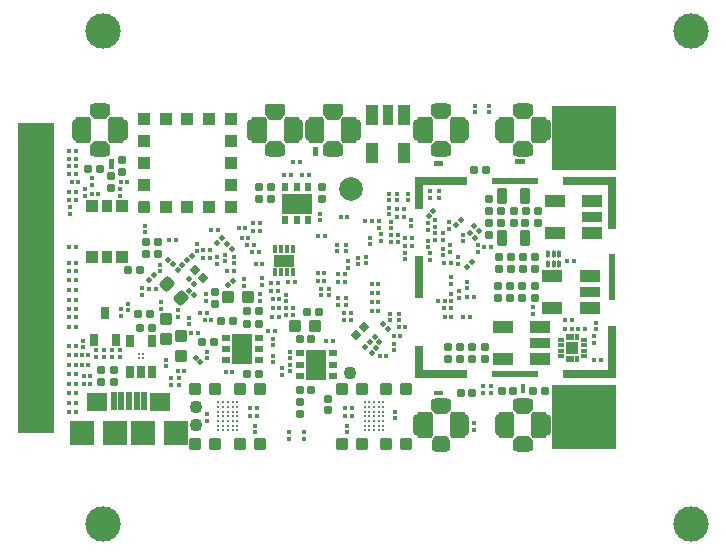
<source format=gts>
G04*
G04 #@! TF.GenerationSoftware,Altium Limited,Altium Designer,19.1.6 (110)*
G04*
G04 Layer_Color=8388736*
%FSLAX44Y44*%
%MOMM*%
G71*
G01*
G75*
%ADD70R,3.1250X26.2500*%
%ADD71R,0.4000X0.4500*%
%ADD72R,0.4500X0.4000*%
G04:AMPARAMS|DCode=73|XSize=0.7mm|YSize=1.1mm|CornerRadius=0.125mm|HoleSize=0mm|Usage=FLASHONLY|Rotation=0.000|XOffset=0mm|YOffset=0mm|HoleType=Round|Shape=RoundedRectangle|*
%AMROUNDEDRECTD73*
21,1,0.7000,0.8500,0,0,0.0*
21,1,0.4500,1.1000,0,0,0.0*
1,1,0.2500,0.2250,-0.4250*
1,1,0.2500,-0.2250,-0.4250*
1,1,0.2500,-0.2250,0.4250*
1,1,0.2500,0.2250,0.4250*
%
%ADD73ROUNDEDRECTD73*%
%ADD74R,0.8000X4.5000*%
%ADD75R,3.9000X0.6000*%
%ADD76R,4.5000X0.8000*%
%ADD77R,0.8000X2.7500*%
%ADD78R,0.8000X3.6000*%
%ADD79R,0.6000X3.9000*%
%ADD80R,0.4000X0.7000*%
%ADD81R,1.7000X1.0500*%
G04:AMPARAMS|DCode=82|XSize=1.1mm|YSize=1.1mm|CornerRadius=0.3mm|HoleSize=0mm|Usage=FLASHONLY|Rotation=270.000|XOffset=0mm|YOffset=0mm|HoleType=Round|Shape=RoundedRectangle|*
%AMROUNDEDRECTD82*
21,1,1.1000,0.5000,0,0,270.0*
21,1,0.5000,1.1000,0,0,270.0*
1,1,0.6000,-0.2500,-0.2500*
1,1,0.6000,-0.2500,0.2500*
1,1,0.6000,0.2500,0.2500*
1,1,0.6000,0.2500,-0.2500*
%
%ADD82ROUNDEDRECTD82*%
%ADD83R,1.1000X1.1000*%
%ADD84R,1.1000X1.1000*%
%ADD85R,1.0500X1.1000*%
%ADD86R,0.5480X1.5480*%
%ADD87R,2.0000X2.0000*%
%ADD88R,1.7000X1.5000*%
%ADD89R,2.6000X0.7000*%
%ADD90C,0.2400*%
%ADD91C,0.3000*%
%ADD92R,1.0000X1.7500*%
%ADD93R,0.8600X1.7500*%
%ADD94C,2.0000*%
%ADD95R,1.8000X2.6000*%
%ADD96R,0.8000X0.6000*%
%ADD97R,0.4000X0.4100*%
%ADD98C,3.0000*%
G04:AMPARAMS|DCode=99|XSize=0.6mm|YSize=0.7mm|CornerRadius=0.1mm|HoleSize=0mm|Usage=FLASHONLY|Rotation=90.000|XOffset=0mm|YOffset=0mm|HoleType=Round|Shape=RoundedRectangle|*
%AMROUNDEDRECTD99*
21,1,0.6000,0.5000,0,0,90.0*
21,1,0.4000,0.7000,0,0,90.0*
1,1,0.2000,0.2500,0.2000*
1,1,0.2000,0.2500,-0.2000*
1,1,0.2000,-0.2500,-0.2000*
1,1,0.2000,-0.2500,0.2000*
%
%ADD99ROUNDEDRECTD99*%
%ADD100R,1.0500X1.0500*%
%ADD101R,0.9000X1.0500*%
%ADD102R,0.8500X1.0500*%
G04:AMPARAMS|DCode=103|XSize=1.1mm|YSize=1.65mm|CornerRadius=0.175mm|HoleSize=0mm|Usage=FLASHONLY|Rotation=90.000|XOffset=0mm|YOffset=0mm|HoleType=Round|Shape=RoundedRectangle|*
%AMROUNDEDRECTD103*
21,1,1.1000,1.3000,0,0,90.0*
21,1,0.7500,1.6500,0,0,90.0*
1,1,0.3500,0.6500,0.3750*
1,1,0.3500,0.6500,-0.3750*
1,1,0.3500,-0.6500,-0.3750*
1,1,0.3500,-0.6500,0.3750*
%
%ADD103ROUNDEDRECTD103*%
G04:AMPARAMS|DCode=104|XSize=1.3mm|YSize=1.7mm|CornerRadius=0.2mm|HoleSize=0mm|Usage=FLASHONLY|Rotation=180.000|XOffset=0mm|YOffset=0mm|HoleType=Round|Shape=RoundedRectangle|*
%AMROUNDEDRECTD104*
21,1,1.3000,1.3000,0,0,180.0*
21,1,0.9000,1.7000,0,0,180.0*
1,1,0.4000,-0.4500,0.6500*
1,1,0.4000,0.4500,0.6500*
1,1,0.4000,0.4500,-0.6500*
1,1,0.4000,-0.4500,-0.6500*
%
%ADD104ROUNDEDRECTD104*%
G04:AMPARAMS|DCode=105|XSize=1.3mm|YSize=1.3mm|CornerRadius=0.2mm|HoleSize=0mm|Usage=FLASHONLY|Rotation=0.000|XOffset=0mm|YOffset=0mm|HoleType=Round|Shape=RoundedRectangle|*
%AMROUNDEDRECTD105*
21,1,1.3000,0.9000,0,0,0.0*
21,1,0.9000,1.3000,0,0,0.0*
1,1,0.4000,0.4500,-0.4500*
1,1,0.4000,-0.4500,-0.4500*
1,1,0.4000,-0.4500,0.4500*
1,1,0.4000,0.4500,0.4500*
%
%ADD105ROUNDEDRECTD105*%
G04:AMPARAMS|DCode=106|XSize=1.3mm|YSize=2.25mm|CornerRadius=0.2mm|HoleSize=0mm|Usage=FLASHONLY|Rotation=180.000|XOffset=0mm|YOffset=0mm|HoleType=Round|Shape=RoundedRectangle|*
%AMROUNDEDRECTD106*
21,1,1.3000,1.8500,0,0,180.0*
21,1,0.9000,2.2500,0,0,180.0*
1,1,0.4000,-0.4500,0.9250*
1,1,0.4000,0.4500,0.9250*
1,1,0.4000,0.4500,-0.9250*
1,1,0.4000,-0.4500,-0.9250*
%
%ADD106ROUNDEDRECTD106*%
%ADD107C,1.1000*%
G04:AMPARAMS|DCode=108|XSize=0.7mm|YSize=0.7mm|CornerRadius=0.11mm|HoleSize=0mm|Usage=FLASHONLY|Rotation=0.000|XOffset=0mm|YOffset=0mm|HoleType=Round|Shape=RoundedRectangle|*
%AMROUNDEDRECTD108*
21,1,0.7000,0.4800,0,0,0.0*
21,1,0.4800,0.7000,0,0,0.0*
1,1,0.2200,0.2400,-0.2400*
1,1,0.2200,-0.2400,-0.2400*
1,1,0.2200,-0.2400,0.2400*
1,1,0.2200,0.2400,0.2400*
%
%ADD108ROUNDEDRECTD108*%
G04:AMPARAMS|DCode=109|XSize=1.1mm|YSize=1.5mm|CornerRadius=0.175mm|HoleSize=0mm|Usage=FLASHONLY|Rotation=90.000|XOffset=0mm|YOffset=0mm|HoleType=Round|Shape=RoundedRectangle|*
%AMROUNDEDRECTD109*
21,1,1.1000,1.1500,0,0,90.0*
21,1,0.7500,1.5000,0,0,90.0*
1,1,0.3500,0.5750,0.3750*
1,1,0.3500,0.5750,-0.3750*
1,1,0.3500,-0.5750,-0.3750*
1,1,0.3500,-0.5750,0.3750*
%
%ADD109ROUNDEDRECTD109*%
G04:AMPARAMS|DCode=110|XSize=1.4mm|YSize=0.9mm|CornerRadius=0.15mm|HoleSize=0mm|Usage=FLASHONLY|Rotation=90.000|XOffset=0mm|YOffset=0mm|HoleType=Round|Shape=RoundedRectangle|*
%AMROUNDEDRECTD110*
21,1,1.4000,0.6000,0,0,90.0*
21,1,1.1000,0.9000,0,0,90.0*
1,1,0.3000,0.3000,0.5500*
1,1,0.3000,0.3000,-0.5500*
1,1,0.3000,-0.3000,-0.5500*
1,1,0.3000,-0.3000,0.5500*
%
%ADD110ROUNDEDRECTD110*%
G04:AMPARAMS|DCode=111|XSize=0.4mm|YSize=0.45mm|CornerRadius=0mm|HoleSize=0mm|Usage=FLASHONLY|Rotation=45.000|XOffset=0mm|YOffset=0mm|HoleType=Round|Shape=Rectangle|*
%AMROTATEDRECTD111*
4,1,4,0.0177,-0.3005,-0.3005,0.0177,-0.0177,0.3005,0.3005,-0.0177,0.0177,-0.3005,0.0*
%
%ADD111ROTATEDRECTD111*%

G04:AMPARAMS|DCode=112|XSize=0.7mm|YSize=0.7mm|CornerRadius=0.11mm|HoleSize=0mm|Usage=FLASHONLY|Rotation=270.000|XOffset=0mm|YOffset=0mm|HoleType=Round|Shape=RoundedRectangle|*
%AMROUNDEDRECTD112*
21,1,0.7000,0.4800,0,0,270.0*
21,1,0.4800,0.7000,0,0,270.0*
1,1,0.2200,-0.2400,-0.2400*
1,1,0.2200,-0.2400,0.2400*
1,1,0.2200,0.2400,0.2400*
1,1,0.2200,0.2400,-0.2400*
%
%ADD112ROUNDEDRECTD112*%
G04:AMPARAMS|DCode=113|XSize=1.1mm|YSize=1mm|CornerRadius=0.1625mm|HoleSize=0mm|Usage=FLASHONLY|Rotation=270.000|XOffset=0mm|YOffset=0mm|HoleType=Round|Shape=RoundedRectangle|*
%AMROUNDEDRECTD113*
21,1,1.1000,0.6750,0,0,270.0*
21,1,0.7750,1.0000,0,0,270.0*
1,1,0.3250,-0.3375,-0.3875*
1,1,0.3250,-0.3375,0.3875*
1,1,0.3250,0.3375,0.3875*
1,1,0.3250,0.3375,-0.3875*
%
%ADD113ROUNDEDRECTD113*%
G04:AMPARAMS|DCode=114|XSize=1.1mm|YSize=1mm|CornerRadius=0.1625mm|HoleSize=0mm|Usage=FLASHONLY|Rotation=180.000|XOffset=0mm|YOffset=0mm|HoleType=Round|Shape=RoundedRectangle|*
%AMROUNDEDRECTD114*
21,1,1.1000,0.6750,0,0,180.0*
21,1,0.7750,1.0000,0,0,180.0*
1,1,0.3250,-0.3875,0.3375*
1,1,0.3250,0.3875,0.3375*
1,1,0.3250,0.3875,-0.3375*
1,1,0.3250,-0.3875,-0.3375*
%
%ADD114ROUNDEDRECTD114*%
G04:AMPARAMS|DCode=115|XSize=1.1mm|YSize=1mm|CornerRadius=0.1625mm|HoleSize=0mm|Usage=FLASHONLY|Rotation=45.000|XOffset=0mm|YOffset=0mm|HoleType=Round|Shape=RoundedRectangle|*
%AMROUNDEDRECTD115*
21,1,1.1000,0.6750,0,0,45.0*
21,1,0.7750,1.0000,0,0,45.0*
1,1,0.3250,0.5127,0.0354*
1,1,0.3250,-0.0354,-0.5127*
1,1,0.3250,-0.5127,-0.0354*
1,1,0.3250,0.0354,0.5127*
%
%ADD115ROUNDEDRECTD115*%
G04:AMPARAMS|DCode=116|XSize=0.6mm|YSize=0.7mm|CornerRadius=0.1mm|HoleSize=0mm|Usage=FLASHONLY|Rotation=180.000|XOffset=0mm|YOffset=0mm|HoleType=Round|Shape=RoundedRectangle|*
%AMROUNDEDRECTD116*
21,1,0.6000,0.5000,0,0,180.0*
21,1,0.4000,0.7000,0,0,180.0*
1,1,0.2000,-0.2000,0.2500*
1,1,0.2000,0.2000,0.2500*
1,1,0.2000,0.2000,-0.2500*
1,1,0.2000,-0.2000,-0.2500*
%
%ADD116ROUNDEDRECTD116*%
G04:AMPARAMS|DCode=117|XSize=0.4mm|YSize=0.45mm|CornerRadius=0mm|HoleSize=0mm|Usage=FLASHONLY|Rotation=315.000|XOffset=0mm|YOffset=0mm|HoleType=Round|Shape=Rectangle|*
%AMROTATEDRECTD117*
4,1,4,-0.3005,-0.0177,0.0177,0.3005,0.3005,0.0177,-0.0177,-0.3005,-0.3005,-0.0177,0.0*
%
%ADD117ROTATEDRECTD117*%

%ADD118R,0.6000X0.8000*%
%ADD119R,2.6000X1.8000*%
%ADD120R,1.7500X1.0000*%
%ADD121R,1.7500X0.8600*%
%ADD122R,0.4100X0.4000*%
G04:AMPARAMS|DCode=123|XSize=1.1mm|YSize=1.1mm|CornerRadius=0.2mm|HoleSize=0mm|Usage=FLASHONLY|Rotation=180.000|XOffset=0mm|YOffset=0mm|HoleType=Round|Shape=RoundedRectangle|*
%AMROUNDEDRECTD123*
21,1,1.1000,0.7000,0,0,180.0*
21,1,0.7000,1.1000,0,0,180.0*
1,1,0.4000,-0.3500,0.3500*
1,1,0.4000,0.3500,0.3500*
1,1,0.4000,0.3500,-0.3500*
1,1,0.4000,-0.3500,-0.3500*
%
%ADD123ROUNDEDRECTD123*%
%ADD124R,0.3000X0.4950*%
%ADD125R,0.4950X0.3000*%
G04:AMPARAMS|DCode=126|XSize=0.33mm|YSize=0.63mm|CornerRadius=0.1025mm|HoleSize=0mm|Usage=FLASHONLY|Rotation=0.000|XOffset=0mm|YOffset=0mm|HoleType=Round|Shape=RoundedRectangle|*
%AMROUNDEDRECTD126*
21,1,0.3300,0.4250,0,0,0.0*
21,1,0.1250,0.6300,0,0,0.0*
1,1,0.2050,0.0625,-0.2125*
1,1,0.2050,-0.0625,-0.2125*
1,1,0.2050,-0.0625,0.2125*
1,1,0.2050,0.0625,0.2125*
%
%ADD126ROUNDEDRECTD126*%
G04:AMPARAMS|DCode=127|XSize=0.7mm|YSize=0.7mm|CornerRadius=0.11mm|HoleSize=0mm|Usage=FLASHONLY|Rotation=135.000|XOffset=0mm|YOffset=0mm|HoleType=Round|Shape=RoundedRectangle|*
%AMROUNDEDRECTD127*
21,1,0.7000,0.4800,0,0,135.0*
21,1,0.4800,0.7000,0,0,135.0*
1,1,0.2200,0.0000,0.3394*
1,1,0.2200,0.3394,0.0000*
1,1,0.2200,0.0000,-0.3394*
1,1,0.2200,-0.3394,0.0000*
%
%ADD127ROUNDEDRECTD127*%
G04:AMPARAMS|DCode=128|XSize=0.6mm|YSize=0.7mm|CornerRadius=0.1mm|HoleSize=0mm|Usage=FLASHONLY|Rotation=45.000|XOffset=0mm|YOffset=0mm|HoleType=Round|Shape=RoundedRectangle|*
%AMROUNDEDRECTD128*
21,1,0.6000,0.5000,0,0,45.0*
21,1,0.4000,0.7000,0,0,45.0*
1,1,0.2000,0.3182,-0.0354*
1,1,0.2000,0.0354,-0.3182*
1,1,0.2000,-0.3182,0.0354*
1,1,0.2000,-0.0354,0.3182*
%
%ADD128ROUNDEDRECTD128*%
%ADD129R,5.5000X5.5000*%
G36*
X212000Y251000D02*
X208000D01*
X208000Y259000D01*
X212000D01*
Y251000D01*
D02*
G37*
G36*
X387250Y244500D02*
X379250D01*
Y248500D01*
X387250D01*
Y244500D01*
D02*
G37*
G36*
X318250Y243250D02*
X310250D01*
Y247250D01*
X318250D01*
Y243250D01*
D02*
G37*
G36*
X39000Y240500D02*
X35000D01*
Y248500D01*
X39000D01*
Y240500D01*
D02*
G37*
G36*
X387750Y50500D02*
X383750D01*
Y58500D01*
X387750D01*
Y50500D01*
D02*
G37*
G36*
X318250Y48750D02*
X310250D01*
Y52750D01*
X318250D01*
Y48750D01*
D02*
G37*
D70*
X-26875Y148250D02*
D03*
D71*
X1450Y174250D02*
D03*
X7050D02*
D03*
Y161000D02*
D03*
X1450D02*
D03*
X1424Y153576D02*
D03*
X7024D02*
D03*
X26232Y218900D02*
D03*
X20632D02*
D03*
X7050Y242500D02*
D03*
X1450D02*
D03*
X7050Y249000D02*
D03*
X1450D02*
D03*
X159440Y160296D02*
D03*
X165040D02*
D03*
X172200Y143778D02*
D03*
X177800D02*
D03*
X192300Y144250D02*
D03*
X186700D02*
D03*
X93200Y69500D02*
D03*
X98800D02*
D03*
X7050Y34497D02*
D03*
X1450D02*
D03*
X189146Y235250D02*
D03*
X183546D02*
D03*
X204246Y235500D02*
D03*
X198646D02*
D03*
X218050Y183750D02*
D03*
X212450D02*
D03*
X236800Y199567D02*
D03*
X231200D02*
D03*
X91800Y180250D02*
D03*
X86200D02*
D03*
X120267Y171750D02*
D03*
X114667D02*
D03*
X120267Y165250D02*
D03*
X114667D02*
D03*
X121650Y188500D02*
D03*
X127250D02*
D03*
X117800Y118750D02*
D03*
X112200D02*
D03*
X104700Y101500D02*
D03*
X110300D02*
D03*
X135150Y153750D02*
D03*
X140750D02*
D03*
X116200Y112250D02*
D03*
X121800D02*
D03*
X3450Y229500D02*
D03*
X9050D02*
D03*
X173700Y130000D02*
D03*
X179300D02*
D03*
X190550Y123000D02*
D03*
X184950D02*
D03*
X234800Y144750D02*
D03*
X229200D02*
D03*
X178300Y137000D02*
D03*
X172700D02*
D03*
X173200Y115000D02*
D03*
X178800D02*
D03*
X179300Y123000D02*
D03*
X173700D02*
D03*
X184950Y116500D02*
D03*
X190550D02*
D03*
X190950Y246500D02*
D03*
X196550D02*
D03*
X169950Y102750D02*
D03*
X175550D02*
D03*
X50550Y229000D02*
D03*
X44950D02*
D03*
X234800Y151250D02*
D03*
X229200D02*
D03*
X426800Y112250D02*
D03*
X421200D02*
D03*
X7050Y129389D02*
D03*
X1450D02*
D03*
X7050Y121500D02*
D03*
X1450D02*
D03*
X7050Y42276D02*
D03*
X1450D02*
D03*
X7050Y50718D02*
D03*
X1450D02*
D03*
X7050Y58276D02*
D03*
X1450D02*
D03*
X7050Y66718D02*
D03*
X1450D02*
D03*
X7050Y74276D02*
D03*
X1450D02*
D03*
X7050Y82718D02*
D03*
X1450D02*
D03*
X7043Y90497D02*
D03*
X1443D02*
D03*
X224500Y94455D02*
D03*
X218900Y94455D02*
D03*
X134000Y68045D02*
D03*
X139600D02*
D03*
X422950Y162250D02*
D03*
X428550D02*
D03*
X445950Y78750D02*
D03*
X451550D02*
D03*
X437800Y105250D02*
D03*
X432200Y105250D02*
D03*
X421200Y105250D02*
D03*
X426800Y105250D02*
D03*
X154500Y31000D02*
D03*
X160100Y31000D02*
D03*
X154500Y37750D02*
D03*
X160100D02*
D03*
X280265Y106750D02*
D03*
X285865D02*
D03*
X235150Y37750D02*
D03*
X240750D02*
D03*
X235150Y31000D02*
D03*
X240750D02*
D03*
X1450Y255500D02*
D03*
X7050D02*
D03*
X1450Y235987D02*
D03*
X7050D02*
D03*
X69200Y138750D02*
D03*
X74800D02*
D03*
X162800Y187750D02*
D03*
X157200D02*
D03*
X162800Y194250D02*
D03*
X157200D02*
D03*
X144950Y190750D02*
D03*
X150550D02*
D03*
X147450Y182250D02*
D03*
X153050D02*
D03*
X161800Y169713D02*
D03*
X156200D02*
D03*
X1450Y146718D02*
D03*
X7050D02*
D03*
X1450Y138276D02*
D03*
X7050D02*
D03*
X12074Y82718D02*
D03*
X17673D02*
D03*
X12074Y74276D02*
D03*
X17673D02*
D03*
X7050Y114718D02*
D03*
X1450D02*
D03*
X7050Y106276D02*
D03*
X1450D02*
D03*
X19350Y64750D02*
D03*
X13750D02*
D03*
X19350Y58000D02*
D03*
X13750D02*
D03*
X7050Y220468D02*
D03*
X1450D02*
D03*
X7050Y213776D02*
D03*
X1450D02*
D03*
X157550Y175750D02*
D03*
X151950D02*
D03*
X269800Y81750D02*
D03*
X264200D02*
D03*
X279800Y178250D02*
D03*
X274200D02*
D03*
X324800Y115250D02*
D03*
X319200D02*
D03*
X319300Y128750D02*
D03*
X313700D02*
D03*
X352950Y174250D02*
D03*
X358550D02*
D03*
X257524Y195950D02*
D03*
X251924D02*
D03*
X324274Y160650D02*
D03*
X318674D02*
D03*
X343800Y132000D02*
D03*
X338200D02*
D03*
X281615Y98750D02*
D03*
X276015D02*
D03*
X211855Y145411D02*
D03*
X217455D02*
D03*
X211855Y152581D02*
D03*
X217455D02*
D03*
X319174Y122400D02*
D03*
X324774D02*
D03*
X284695Y206250D02*
D03*
X279095D02*
D03*
X284695Y199750D02*
D03*
X279095D02*
D03*
X340800Y115000D02*
D03*
X335200D02*
D03*
X279800Y184750D02*
D03*
X274200D02*
D03*
X291355Y175280D02*
D03*
X285755D02*
D03*
X291355Y181805D02*
D03*
X285755D02*
D03*
X263074Y135400D02*
D03*
X257474D02*
D03*
X263074Y143100D02*
D03*
X257474D02*
D03*
X263074Y120150D02*
D03*
X257474D02*
D03*
X263074Y127850D02*
D03*
X257474D02*
D03*
D72*
X1750Y202200D02*
D03*
X1750Y207800D02*
D03*
X20500Y226700D02*
D03*
Y232300D02*
D03*
X15000Y217700D02*
D03*
Y223300D02*
D03*
X44250Y86800D02*
D03*
Y81200D02*
D03*
X37750Y81200D02*
D03*
Y86800D02*
D03*
X200250Y17550D02*
D03*
Y11950D02*
D03*
X237850Y162381D02*
D03*
Y156781D02*
D03*
X44750Y223100D02*
D03*
Y217500D02*
D03*
X356750Y294050D02*
D03*
Y288450D02*
D03*
X181500Y66200D02*
D03*
Y71800D02*
D03*
X345250Y294050D02*
D03*
Y288450D02*
D03*
X343750Y25300D02*
D03*
Y19700D02*
D03*
X12750Y89450D02*
D03*
Y95050D02*
D03*
X31250Y81200D02*
D03*
Y86800D02*
D03*
X188000Y74646D02*
D03*
Y69046D02*
D03*
X358500Y56300D02*
D03*
Y50700D02*
D03*
X351750Y56300D02*
D03*
Y50700D02*
D03*
X24250Y81200D02*
D03*
Y86800D02*
D03*
X173750Y91104D02*
D03*
Y96704D02*
D03*
Y76754D02*
D03*
Y82354D02*
D03*
X188000Y85746D02*
D03*
Y80146D02*
D03*
X187500Y17550D02*
D03*
Y11950D02*
D03*
X116950Y134350D02*
D03*
Y128750D02*
D03*
X118500Y79950D02*
D03*
Y85550D02*
D03*
X149750Y141200D02*
D03*
Y146800D02*
D03*
X93250Y115200D02*
D03*
Y120800D02*
D03*
X126500Y165600D02*
D03*
Y160000D02*
D03*
X79000Y121700D02*
D03*
Y127300D02*
D03*
X102750Y108700D02*
D03*
Y114300D02*
D03*
X62750Y139550D02*
D03*
Y133950D02*
D03*
X78250Y153700D02*
D03*
Y159300D02*
D03*
X118000Y32600D02*
D03*
Y27000D02*
D03*
X277250Y29400D02*
D03*
Y35000D02*
D03*
X165000Y147900D02*
D03*
Y142300D02*
D03*
X94464Y57414D02*
D03*
Y63014D02*
D03*
X88000Y57414D02*
D03*
Y63014D02*
D03*
X252705Y166145D02*
D03*
Y160545D02*
D03*
X51250Y120700D02*
D03*
Y126300D02*
D03*
X83300Y78900D02*
D03*
Y73300D02*
D03*
X185000Y134050D02*
D03*
Y128450D02*
D03*
X162950Y128950D02*
D03*
Y134550D02*
D03*
X65500Y186786D02*
D03*
Y192386D02*
D03*
X306500Y168800D02*
D03*
Y163200D02*
D03*
X109250Y171200D02*
D03*
Y176800D02*
D03*
X255750Y182300D02*
D03*
Y176700D02*
D03*
X214205Y197000D02*
D03*
X214205Y202600D02*
D03*
X447250Y104550D02*
D03*
Y110150D02*
D03*
X445500Y93200D02*
D03*
X445500Y98800D02*
D03*
X158629Y23121D02*
D03*
Y17521D02*
D03*
X288000Y213750D02*
D03*
Y219350D02*
D03*
X280250Y117800D02*
D03*
Y112200D02*
D03*
X236500Y17400D02*
D03*
Y23000D02*
D03*
X45000Y116200D02*
D03*
Y121800D02*
D03*
X133000Y167850D02*
D03*
Y162250D02*
D03*
X140750Y166050D02*
D03*
Y160450D02*
D03*
X393750Y117950D02*
D03*
Y123550D02*
D03*
X311500Y191200D02*
D03*
Y196800D02*
D03*
X311000Y185800D02*
D03*
Y180200D02*
D03*
X272500Y201950D02*
D03*
Y207550D02*
D03*
Y219300D02*
D03*
Y213700D02*
D03*
X276015Y92500D02*
D03*
Y86900D02*
D03*
X338200Y144800D02*
D03*
Y139200D02*
D03*
X279095Y213750D02*
D03*
Y219350D02*
D03*
X314250Y215950D02*
D03*
Y221550D02*
D03*
X285500Y169550D02*
D03*
Y163950D02*
D03*
X272750Y112200D02*
D03*
Y117800D02*
D03*
X324593Y148500D02*
D03*
Y142900D02*
D03*
X317724Y172700D02*
D03*
Y167100D02*
D03*
X305500Y173950D02*
D03*
Y179550D02*
D03*
X317500Y185800D02*
D03*
Y180200D02*
D03*
X290500Y197550D02*
D03*
Y191950D02*
D03*
X304950Y188811D02*
D03*
Y194411D02*
D03*
X274250Y195800D02*
D03*
Y190200D02*
D03*
X240250Y118170D02*
D03*
Y112570D02*
D03*
X233750Y118170D02*
D03*
Y112570D02*
D03*
X214750Y133400D02*
D03*
Y139000D02*
D03*
X221301Y133400D02*
D03*
Y139000D02*
D03*
X228750Y125306D02*
D03*
Y130906D02*
D03*
X235750Y125306D02*
D03*
Y130906D02*
D03*
X331750Y136800D02*
D03*
Y131200D02*
D03*
X324224Y170350D02*
D03*
Y175950D02*
D03*
X347250Y170200D02*
D03*
Y175800D02*
D03*
X325000Y128700D02*
D03*
Y134300D02*
D03*
X307000Y221550D02*
D03*
Y215950D02*
D03*
X323000Y195050D02*
D03*
Y189450D02*
D03*
X334750Y178950D02*
D03*
Y184550D02*
D03*
X235644Y176295D02*
D03*
Y170695D02*
D03*
X228305Y176295D02*
D03*
Y170695D02*
D03*
X330224Y165450D02*
D03*
Y159850D02*
D03*
X263974Y190350D02*
D03*
Y195950D02*
D03*
X265245Y179405D02*
D03*
Y185005D02*
D03*
X246000Y165300D02*
D03*
Y159700D02*
D03*
D73*
X22250Y95500D02*
D03*
X41250D02*
D03*
X31750Y118500D02*
D03*
X52750Y94625D02*
D03*
X71750Y68625D02*
D03*
X62250D02*
D03*
X52750D02*
D03*
X71750Y94625D02*
D03*
D74*
X460592Y85750D02*
D03*
Y211250D02*
D03*
D75*
X379092Y67000D02*
D03*
Y230000D02*
D03*
D76*
X441842Y67000D02*
D03*
Y230000D02*
D03*
X316342D02*
D03*
Y67000D02*
D03*
D77*
X297592Y220250D02*
D03*
Y76750D02*
D03*
D78*
Y148500D02*
D03*
D79*
X460592D02*
D03*
D80*
X190750Y153000D02*
D03*
X185750D02*
D03*
X180750D02*
D03*
X175750D02*
D03*
Y172500D02*
D03*
X180750D02*
D03*
X185750D02*
D03*
X190750D02*
D03*
D81*
X183250Y162750D02*
D03*
D82*
X64500Y208500D02*
D03*
D83*
X101500D02*
D03*
X83000D02*
D03*
X120000D02*
D03*
X138500D02*
D03*
X120000Y282500D02*
D03*
X101500D02*
D03*
X83000D02*
D03*
X64500D02*
D03*
D84*
X138500Y227000D02*
D03*
Y245500D02*
D03*
Y264000D02*
D03*
X64500D02*
D03*
Y245500D02*
D03*
Y227000D02*
D03*
D85*
X138500Y282500D02*
D03*
D86*
X39000Y43500D02*
D03*
X58500D02*
D03*
X65000D02*
D03*
X52000D02*
D03*
X45500D02*
D03*
D87*
X40000Y17000D02*
D03*
X12000D02*
D03*
X92000D02*
D03*
X64000D02*
D03*
D88*
X78670Y43140D02*
D03*
X25330D02*
D03*
D89*
X-25000Y266497D02*
D03*
Y258497D02*
D03*
Y250497D02*
D03*
Y242497D02*
D03*
Y234497D02*
D03*
Y226497D02*
D03*
Y218497D02*
D03*
Y210497D02*
D03*
X-25000Y170497D02*
D03*
Y162497D02*
D03*
Y154497D02*
D03*
Y146497D02*
D03*
Y138497D02*
D03*
Y130497D02*
D03*
Y122497D02*
D03*
Y114497D02*
D03*
Y106497D02*
D03*
Y98497D02*
D03*
Y90497D02*
D03*
Y82497D02*
D03*
Y74497D02*
D03*
X-25000Y66497D02*
D03*
Y58497D02*
D03*
Y50497D02*
D03*
X-25000Y42497D02*
D03*
Y34497D02*
D03*
D90*
X64250Y83375D02*
D03*
Y79875D02*
D03*
X60750Y83375D02*
D03*
Y79875D02*
D03*
D91*
X143750Y43000D02*
D03*
X127750Y19000D02*
D03*
X131750Y19000D02*
D03*
X135750Y19000D02*
D03*
X139750Y19000D02*
D03*
X143750D02*
D03*
X135750Y43000D02*
D03*
X139750D02*
D03*
X127750Y35000D02*
D03*
X131750D02*
D03*
X135750D02*
D03*
X139750D02*
D03*
X143750D02*
D03*
X127750Y43000D02*
D03*
X127750Y39000D02*
D03*
X131750D02*
D03*
X135750D02*
D03*
X139750D02*
D03*
X143750D02*
D03*
X127750Y23000D02*
D03*
X131750D02*
D03*
X135750D02*
D03*
X131750Y43000D02*
D03*
X139750Y23000D02*
D03*
X143750D02*
D03*
Y31000D02*
D03*
X139750D02*
D03*
X135750D02*
D03*
X131750Y31000D02*
D03*
X127750Y31000D02*
D03*
X143750Y27000D02*
D03*
X139750Y27000D02*
D03*
X135750Y27000D02*
D03*
X131750D02*
D03*
X127750D02*
D03*
X251500Y19000D02*
D03*
X267500Y43000D02*
D03*
X263500D02*
D03*
X259500D02*
D03*
X255500D02*
D03*
X251500D02*
D03*
X259500Y19000D02*
D03*
X255500D02*
D03*
X267500Y27000D02*
D03*
X263500D02*
D03*
X259500D02*
D03*
X255500D02*
D03*
X251500D02*
D03*
X267500Y19000D02*
D03*
Y23000D02*
D03*
X263500D02*
D03*
X259500D02*
D03*
X255500D02*
D03*
X251500D02*
D03*
X267500Y39000D02*
D03*
X263500D02*
D03*
X259500D02*
D03*
X263500Y19000D02*
D03*
X255500Y39000D02*
D03*
X251500D02*
D03*
Y31000D02*
D03*
X255500D02*
D03*
X259500D02*
D03*
X263500D02*
D03*
X267500D02*
D03*
X251500Y35000D02*
D03*
X255500D02*
D03*
X259500D02*
D03*
X263500D02*
D03*
X267500D02*
D03*
D92*
X258050Y253850D02*
D03*
X284950D02*
D03*
Y285650D02*
D03*
X258050D02*
D03*
D93*
X271500D02*
D03*
D94*
X240250Y223500D02*
D03*
D95*
X148000Y88000D02*
D03*
X210500Y74750D02*
D03*
D96*
X162000Y97500D02*
D03*
Y88000D02*
D03*
Y78500D02*
D03*
X134000D02*
D03*
Y88000D02*
D03*
Y97500D02*
D03*
X224500Y65250D02*
D03*
Y74750D02*
D03*
Y84250D02*
D03*
X196500D02*
D03*
Y74750D02*
D03*
Y65250D02*
D03*
D97*
X37000Y242250D02*
D03*
Y246750D02*
D03*
X210000Y257250D02*
D03*
Y252750D02*
D03*
X385750Y56750D02*
D03*
Y52250D02*
D03*
D98*
X30000Y357300D02*
D03*
X528250Y357300D02*
D03*
Y-60300D02*
D03*
X30050Y-60250D02*
D03*
D99*
X66750Y178250D02*
D03*
X76750D02*
D03*
X59750Y117250D02*
D03*
X69750D02*
D03*
X76750Y168250D02*
D03*
X66750D02*
D03*
X114000Y93500D02*
D03*
X124000D02*
D03*
X130000Y111250D02*
D03*
X140000D02*
D03*
X51500Y154500D02*
D03*
X61500D02*
D03*
X354250Y239500D02*
D03*
X344250D02*
D03*
X404000Y52250D02*
D03*
X394000D02*
D03*
X61500Y106000D02*
D03*
X71500D02*
D03*
X162000Y66354D02*
D03*
X152000D02*
D03*
X162000Y109495D02*
D03*
X152000D02*
D03*
X388000Y204750D02*
D03*
X378000D02*
D03*
X384879Y141000D02*
D03*
X374879Y141000D02*
D03*
X384879Y131000D02*
D03*
X374879D02*
D03*
X342500Y89750D02*
D03*
X332500D02*
D03*
X342500Y79750D02*
D03*
X332500D02*
D03*
X385479Y155750D02*
D03*
X375479Y155750D02*
D03*
X385479Y165750D02*
D03*
X375479Y165750D02*
D03*
X387750Y194750D02*
D03*
X377750D02*
D03*
X196464Y96360D02*
D03*
X206464D02*
D03*
X196500Y53255D02*
D03*
X206500D02*
D03*
D100*
X46000Y209000D02*
D03*
X21000D02*
D03*
Y165500D02*
D03*
X46000D02*
D03*
D101*
X33500Y209000D02*
D03*
D102*
Y165500D02*
D03*
D103*
X224500Y256000D02*
D03*
Y290000D02*
D03*
X175750Y290000D02*
D03*
Y256000D02*
D03*
X27250Y290250D02*
D03*
Y256250D02*
D03*
X316500Y40500D02*
D03*
X385500Y290250D02*
D03*
Y256250D02*
D03*
X385500Y6500D02*
D03*
Y40500D02*
D03*
X316500Y290250D02*
D03*
Y256250D02*
D03*
D104*
X241500Y273000D02*
D03*
X207500D02*
D03*
X158750Y273000D02*
D03*
X192750D02*
D03*
X10250Y273250D02*
D03*
X44250D02*
D03*
X333500Y23500D02*
D03*
X299500D02*
D03*
X368500Y273250D02*
D03*
X402500D02*
D03*
X402500Y23500D02*
D03*
X368500D02*
D03*
X299500Y273250D02*
D03*
X333500D02*
D03*
D105*
X224500Y289000D02*
D03*
Y257000D02*
D03*
X175750Y257000D02*
D03*
Y289000D02*
D03*
X27250Y257250D02*
D03*
Y289250D02*
D03*
X316500Y39500D02*
D03*
Y7500D02*
D03*
X385500Y257250D02*
D03*
Y289250D02*
D03*
X385500Y39500D02*
D03*
Y7500D02*
D03*
X316500Y257250D02*
D03*
Y289250D02*
D03*
D106*
X210500Y273000D02*
D03*
X238500D02*
D03*
X189750Y273000D02*
D03*
X161750D02*
D03*
X41250Y273250D02*
D03*
X13250D02*
D03*
X302500Y23500D02*
D03*
X330500D02*
D03*
X399500Y273250D02*
D03*
X371500D02*
D03*
X371500Y23500D02*
D03*
X399500D02*
D03*
X330500Y273250D02*
D03*
X302500D02*
D03*
D107*
X108750Y23750D02*
D03*
Y38500D02*
D03*
X239500Y67500D02*
D03*
D108*
X46500Y247750D02*
D03*
Y237750D02*
D03*
X162005Y215000D02*
D03*
Y225000D02*
D03*
X356750Y194750D02*
D03*
Y184750D02*
D03*
Y204750D02*
D03*
Y214750D02*
D03*
X395879Y141000D02*
D03*
Y131000D02*
D03*
X353500Y79750D02*
D03*
Y89750D02*
D03*
X39000Y70250D02*
D03*
Y60250D02*
D03*
X196500Y42755D02*
D03*
Y32755D02*
D03*
D109*
X316500Y6500D02*
D03*
D110*
X387500Y217500D02*
D03*
X367500D02*
D03*
X387500Y182000D02*
D03*
X367500D02*
D03*
D111*
X73043Y150149D02*
D03*
X69083Y146189D02*
D03*
X93270Y155020D02*
D03*
X97230Y158980D02*
D03*
X105480Y166980D02*
D03*
X101520Y163020D02*
D03*
X139980Y145730D02*
D03*
X136020Y141770D02*
D03*
X126520Y177770D02*
D03*
X130480Y181730D02*
D03*
X255980Y93980D02*
D03*
X252020Y90020D02*
D03*
X305700Y200500D02*
D03*
X309660Y204460D02*
D03*
X328994Y193170D02*
D03*
X332954Y197130D02*
D03*
X261355Y88605D02*
D03*
X257395Y84645D02*
D03*
X342204Y161380D02*
D03*
X338244Y157420D02*
D03*
D112*
X377500Y52750D02*
D03*
X367500D02*
D03*
X332750Y50750D02*
D03*
X342750D02*
D03*
X17250Y240500D02*
D03*
X27250D02*
D03*
X152000Y119995D02*
D03*
X162000D02*
D03*
X213000Y119250D02*
D03*
X203000D02*
D03*
D113*
X135500Y132250D02*
D03*
X152500D02*
D03*
X108250Y7750D02*
D03*
X125250D02*
D03*
X163250Y54250D02*
D03*
X146250Y54250D02*
D03*
X108250Y54250D02*
D03*
X125250Y54250D02*
D03*
X146250Y7750D02*
D03*
X163250D02*
D03*
X249000Y54250D02*
D03*
X232000D02*
D03*
X270000Y7750D02*
D03*
X287000D02*
D03*
X270000Y54250D02*
D03*
X287000D02*
D03*
X249000Y7750D02*
D03*
X232000D02*
D03*
X209500Y107500D02*
D03*
X192500D02*
D03*
D114*
X95750Y98750D02*
D03*
Y81750D02*
D03*
X83250Y113500D02*
D03*
Y96500D02*
D03*
D115*
X96510Y130990D02*
D03*
X84490Y143010D02*
D03*
D116*
X125000Y136000D02*
D03*
Y126000D02*
D03*
X220250Y36000D02*
D03*
Y46000D02*
D03*
X36500Y224250D02*
D03*
Y234250D02*
D03*
X215646Y225000D02*
D03*
Y215000D02*
D03*
X172505Y225000D02*
D03*
Y215000D02*
D03*
X364380Y141000D02*
D03*
Y131000D02*
D03*
X322000Y79750D02*
D03*
Y89750D02*
D03*
X364979Y165750D02*
D03*
Y155750D02*
D03*
X395979Y165750D02*
D03*
Y155750D02*
D03*
X28500Y70250D02*
D03*
Y60250D02*
D03*
X398500Y205000D02*
D03*
X398500Y195000D02*
D03*
X367250Y194750D02*
D03*
Y204750D02*
D03*
D117*
X89230Y159520D02*
D03*
X85270Y163480D02*
D03*
X103020Y147230D02*
D03*
X106980Y143270D02*
D03*
X107230Y133270D02*
D03*
X103270Y137230D02*
D03*
X112480Y76520D02*
D03*
X108520Y80480D02*
D03*
X135040Y176410D02*
D03*
X139000Y172450D02*
D03*
X344270Y191980D02*
D03*
X348230Y188020D02*
D03*
X263980Y94020D02*
D03*
X260020Y97980D02*
D03*
X344980Y182020D02*
D03*
X341020Y185980D02*
D03*
X271204Y104920D02*
D03*
X267244Y108880D02*
D03*
D118*
X184500Y197000D02*
D03*
X194000D02*
D03*
X203500D02*
D03*
Y225000D02*
D03*
X194000D02*
D03*
X184500D02*
D03*
D119*
X194000Y211000D02*
D03*
D120*
X400400Y106700D02*
D03*
Y79800D02*
D03*
X368600D02*
D03*
Y106700D02*
D03*
X444150Y213450D02*
D03*
Y186550D02*
D03*
X412350D02*
D03*
Y213450D02*
D03*
X410479Y149450D02*
D03*
Y122550D02*
D03*
X442279D02*
D03*
Y149450D02*
D03*
D121*
X400400Y93250D02*
D03*
X444150Y200000D02*
D03*
X442279Y136000D02*
D03*
D122*
X312000Y50750D02*
D03*
X316500D02*
D03*
X381000Y246500D02*
D03*
X385500D02*
D03*
X312000Y245250D02*
D03*
X316500D02*
D03*
D123*
X427500Y88750D02*
D03*
D124*
X431500Y79225D02*
D03*
X427500D02*
D03*
X423500D02*
D03*
Y98275D02*
D03*
X427500D02*
D03*
X431500D02*
D03*
D125*
X417975Y82000D02*
D03*
Y86500D02*
D03*
Y91000D02*
D03*
Y95500D02*
D03*
X437025D02*
D03*
Y91000D02*
D03*
Y86500D02*
D03*
Y82000D02*
D03*
D126*
X411500Y159750D02*
D03*
X416500D02*
D03*
X411500Y168250D02*
D03*
X416500D02*
D03*
X406500D02*
D03*
Y159750D02*
D03*
D127*
X251000Y106750D02*
D03*
X243929Y99679D02*
D03*
D128*
X115035Y147964D02*
D03*
X107964Y155035D02*
D03*
D129*
X437500Y30500D02*
D03*
Y266500D02*
D03*
M02*

</source>
